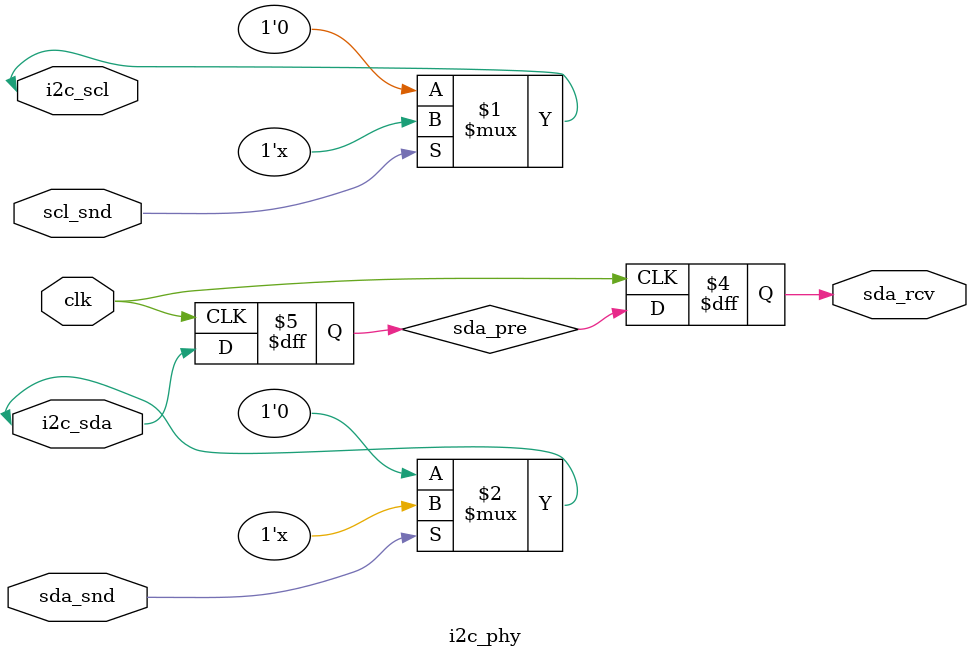
<source format=v>


`timescale 1ns/10ps
`default_nettype none


`define DEVICE_ADDR	8'h34	// device address (including R/W bit)

`define TIMING_CONST	6'd50	// clock_rate / (3 * bit_rate)

`define BYTE_FNC_START	2'b00	// send START symbol
`define BYTE_FNC_STOP	2'b01	// send STOP symbol
`define BYTE_FNC_SEND	2'b10	// send byte

`define BIT_FNC_START	2'b00	// send START symbol
`define BIT_FNC_STOP	2'b01	// send STOP symbol
`define BIT_FNC_SEND_0	2'b10	// send "0" bit
`define BIT_FNC_SEND_1	2'b11	// send "1" bit, receive a bit


//--------------------------------------------------------------

//
// I2C master controller, write-only
//


module i2c_mc(clk, rst,
              data, start,
              done, error,
              i2c_scl, i2c_sda);
    input clk;
    input rst;
    input [15:0] data;
    input start;
    output reg done;
    output reg error;
    inout i2c_scl;
    inout i2c_sda;

  localparam STATE_IDLE = 4'd0;
  localparam STATE_START_1 = 4'd1;
  localparam STATE_START_2 = 4'd2;
  localparam STATE_ADDR_1 = 4'd3;
  localparam STATE_ADDR_2 = 4'd4;
  localparam STATE_HIBYTE_1 = 4'd5;
  localparam STATE_HIBYTE_2 = 4'd6;
  localparam STATE_LOBYTE_1 = 4'd7;
  localparam STATE_LOBYTE_2 = 4'd8;
  localparam STATE_SUCC_1 = 4'd9;
  localparam STATE_SUCC_2 = 4'd10;
  localparam STATE_FAIL_1 = 4'd11;
  localparam STATE_FAIL_2 = 4'd12;

  reg [3:0] state;
  reg [3:0] next_state;

  reg [1:0] byte_fnc;
  reg [7:0] byte_data;
  reg byte_start;
  wire byte_done;
  wire byte_error;

  always @(posedge clk) begin
    if (rst) begin
      state[3:0] <= STATE_IDLE;
    end else begin
      state[3:0] <= next_state[3:0];
    end
  end

  always @(*) begin
    case (state[3:0])
      STATE_IDLE:
        begin
          if (~start) begin
            next_state[3:0] = STATE_IDLE;
          end else begin
            next_state[3:0] = STATE_START_1;
          end
          byte_fnc[1:0] = 2'bxx;
          byte_data[7:0] = 8'hxx;
          byte_start = 1'b0;
          done = 1'b0;
          error = 1'b0;
        end
      STATE_START_1:
        begin
          next_state[3:0] = STATE_START_2;
          byte_fnc[1:0] = `BYTE_FNC_START;
          byte_data[7:0] = 8'hxx;
          byte_start = 1'b1;
          done = 1'b0;
          error = 1'b0;
        end
      STATE_START_2:
        begin
          if (~byte_done) begin
            next_state[3:0] = STATE_START_2;
          end else begin
            // byte error not possible
            next_state[3:0] = STATE_ADDR_1;
          end
          byte_fnc[1:0] = `BYTE_FNC_START;
          byte_data[7:0] = 8'hxx;
          byte_start = 1'b0;
          done = 1'b0;
          error = 1'b0;
        end
      STATE_ADDR_1:
        begin
          next_state[3:0] = STATE_ADDR_2;
          byte_fnc[1:0] = `BYTE_FNC_SEND;
          byte_data[7:0] = `DEVICE_ADDR;
          byte_start = 1'b1;
          done = 1'b0;
          error = 1'b0;
        end
      STATE_ADDR_2:
        begin
          if (~byte_done) begin
            next_state[3:0] = STATE_ADDR_2;
          end else begin
            if (~byte_error) begin
              next_state[3:0] = STATE_HIBYTE_1;
            end else begin
              next_state[3:0] = STATE_FAIL_1;
            end
          end
          byte_fnc[1:0] = `BYTE_FNC_SEND;
          byte_data[7:0] = `DEVICE_ADDR;
          byte_start = 1'b0;
          done = 1'b0;
          error = 1'b0;
        end
      STATE_HIBYTE_1:
        begin
          next_state[3:0] = STATE_HIBYTE_2;
          byte_fnc[1:0] = `BYTE_FNC_SEND;
          byte_data[7:0] = data[15:8];
          byte_start = 1'b1;
          done = 1'b0;
          error = 1'b0;
        end
      STATE_HIBYTE_2:
        begin
          if (~byte_done) begin
            next_state[3:0] = STATE_HIBYTE_2;
          end else begin
            if (~byte_error) begin
              next_state[3:0] = STATE_LOBYTE_1;
            end else begin
              next_state[3:0] = STATE_FAIL_1;
            end
          end
          byte_fnc[1:0] = `BYTE_FNC_SEND;
          byte_data[7:0] = data[15:8];
          byte_start = 1'b0;
          done = 1'b0;
          error = 1'b0;
        end
      STATE_LOBYTE_1:
        begin
          next_state[3:0] = STATE_LOBYTE_2;
          byte_fnc[1:0] = `BYTE_FNC_SEND;
          byte_data[7:0] = data[7:0];
          byte_start = 1'b1;
          done = 1'b0;
          error = 1'b0;
        end
      STATE_LOBYTE_2:
        begin
          if (~byte_done) begin
            next_state[3:0] = STATE_LOBYTE_2;
          end else begin
            if (~byte_error) begin
              next_state[3:0] = STATE_SUCC_1;
            end else begin
              next_state[3:0] = STATE_FAIL_1;
            end
          end
          byte_fnc[1:0] = `BYTE_FNC_SEND;
          byte_data[7:0] = data[7:0];
          byte_start = 1'b0;
          done = 1'b0;
          error = 1'b0;
        end
      STATE_SUCC_1:
        begin
          next_state[3:0] = STATE_SUCC_2;
          byte_fnc[1:0] = `BYTE_FNC_STOP;
          byte_data[7:0] = 8'hxx;
          byte_start = 1'b1;
          done = 1'b0;
          error = 1'b0;
        end
      STATE_SUCC_2:
        begin
          if (~byte_done) begin
            next_state[3:0] = STATE_SUCC_2;
          end else begin
            // byte error not possible
            next_state[3:0] = STATE_IDLE;
          end
          byte_fnc[1:0] = `BYTE_FNC_STOP;
          byte_data[7:0] = 8'hxx;
          byte_start = 1'b0;
          done = byte_done;
          error = 1'b0;
        end
      STATE_FAIL_1:
        begin
          next_state[3:0] = STATE_FAIL_2;
          byte_fnc[1:0] = `BYTE_FNC_STOP;
          byte_data[7:0] = 8'hxx;
          byte_start = 1'b1;
          done = 1'b0;
          error = 1'b0;
        end
      STATE_FAIL_2:
        begin
          if (~byte_done) begin
            next_state[3:0] = STATE_FAIL_2;
          end else begin
            // byte error not possible
            next_state[3:0] = STATE_IDLE;
          end
          byte_fnc[1:0] = `BYTE_FNC_STOP;
          byte_data[7:0] = 8'hxx;
          byte_start = 1'b0;
          done = byte_done;
          error = byte_done;
        end
      default:
        begin
          next_state[3:0] = STATE_IDLE;
          byte_fnc[1:0] = 2'bxx;
          byte_data[7:0] = 8'hxx;
          byte_start = 1'b0;
          done = 1'b0;
          error = 1'b0;
        end
    endcase
  end

  i2c_byte i2c_byte_0(
    .clk(clk),
    .rst(rst),
    .byte_fnc(byte_fnc[1:0]),
    .byte_data(byte_data[7:0]),
    .byte_start(byte_start),
    .byte_done(byte_done),
    .byte_error(byte_error),
    .i2c_scl(i2c_scl),
    .i2c_sda(i2c_sda)
  );

endmodule


//--------------------------------------------------------------

//
// I2C byte engine
//


module i2c_byte(clk, rst,
                byte_fnc, byte_data, byte_start,
                byte_done, byte_error,
                i2c_scl, i2c_sda);
    input clk;
    input rst;
    input [1:0] byte_fnc;
    input [7:0] byte_data;
    input byte_start;
    output reg byte_done;
    output reg byte_error;
    inout i2c_scl;
    inout i2c_sda;

  localparam STATE_IDLE = 3'd0;
  localparam STATE_START = 3'd1;
  localparam STATE_STOP = 3'd2;
  localparam STATE_SEND_1 = 3'd3;
  localparam STATE_SEND_2 = 3'd4;
  localparam STATE_ACK_1 = 3'd5;
  localparam STATE_ACK_2 = 3'd6;

  reg [2:0] bitcnt;
  reg bitcnt_start;
  reg bitcnt_count;
  wire bitcnt_done;

  always @(posedge clk) begin
    if (rst) begin
      bitcnt[2:0] <= 3'd0;
    end else begin
      if (bitcnt_start) begin
        bitcnt[2:0] <= 3'h7;
      end else begin
        if (~bitcnt_done) begin
          if (bitcnt_count) begin
            bitcnt[2:0] <= bitcnt[2:0] - 3'd1;
          end
        end
      end
    end
  end

  assign bitcnt_done = (bitcnt[2:0] == 3'd0);

  reg [2:0] state;
  reg [2:0] next_state;

  reg [1:0] bit_fnc;
  reg bit_start;
  wire bit_done;
  wire bit_rcv;

  always @(posedge clk) begin
    if (rst) begin
      state[2:0] <= STATE_IDLE;
    end else begin
      state[2:0] <= next_state[2:0];
    end
  end

  always @(*) begin
    case (state[2:0])
      STATE_IDLE:
        begin
          if (~byte_start) begin
            next_state[2:0] = STATE_IDLE;
            bitcnt_start = 1'b0;
            bitcnt_count = 1'b0;
            bit_fnc[1:0] = 2'bxx;
            bit_start = 1'b0;
            byte_done = 1'b0;
            byte_error = 1'b0;
          end else begin
            case (byte_fnc[1:0])
              `BYTE_FNC_START:
                begin
                  next_state[2:0] = STATE_START;
                  bitcnt_start = 1'b0;
                  bitcnt_count = 1'b0;
                  bit_fnc[1:0] = `BIT_FNC_START;
                  bit_start = 1'b1;
                  byte_done = 1'b0;
                  byte_error = 1'b0;
                end
              `BYTE_FNC_STOP:
                begin
                  next_state[2:0] = STATE_STOP;
                  bitcnt_start = 1'b0;
                  bitcnt_count = 1'b0;
                  bit_fnc[1:0] = `BIT_FNC_STOP;
                  bit_start = 1'b1;
                  byte_done = 1'b0;
                  byte_error = 1'b0;
                end
              `BYTE_FNC_SEND:
                begin
                  next_state[2:0] = STATE_SEND_1;
                  bitcnt_start = 1'b1;
                  bitcnt_count = 1'b0;
                  bit_fnc[1:0] = { 1'b1, byte_data[7] };
                  bit_start = 1'b0;
                  byte_done = 1'b0;
                  byte_error = 1'b0;
                end
              default:
                begin
                  next_state[2:0] = STATE_IDLE;
                  bitcnt_start = 1'b0;
                  bitcnt_count = 1'b0;
                  bit_fnc[1:0] = 2'bxx;
                  bit_start = 1'b0;
                  byte_done = 1'b0;
                  byte_error = 1'b0;
                end
            endcase
          end
        end
      STATE_START:
        begin
          if (~bit_done) begin
            next_state[2:0] = STATE_START;
            bitcnt_start = 1'b0;
            bitcnt_count = 1'b0;
            bit_fnc[1:0] = `BIT_FNC_START;
            bit_start = 1'b0;
            byte_done = 1'b0;
            byte_error = 1'b0;
          end else begin
            next_state[2:0] = STATE_IDLE;
            bitcnt_start = 1'b0;
            bitcnt_count = 1'b0;
            bit_fnc[1:0] = `BIT_FNC_START;
            bit_start = 1'b0;
            byte_done = 1'b1;
            byte_error = 1'b0;
          end
        end
      STATE_STOP:
        begin
          if (~bit_done) begin
            next_state[2:0] = STATE_STOP;
            bitcnt_start = 1'b0;
            bitcnt_count = 1'b0;
            bit_fnc[1:0] = `BIT_FNC_STOP;
            bit_start = 1'b0;
            byte_done = 1'b0;
            byte_error = 1'b0;
          end else begin
            next_state[2:0] = STATE_IDLE;
            bitcnt_start = 1'b0;
            bitcnt_count = 1'b0;
            bit_fnc[1:0] = `BIT_FNC_STOP;
            bit_start = 1'b0;
            byte_done = 1'b1;
            byte_error = 1'b0;
          end
        end
      STATE_SEND_1:
        begin
          next_state[2:0] = STATE_SEND_2;
          bitcnt_start = 1'b0;
          bitcnt_count = 1'b0;
          bit_fnc[1:0] = { 1'b1, byte_data[bitcnt] };
          bit_start = 1'b1;
          byte_done = 1'b0;
          byte_error = 1'b0;
        end
      STATE_SEND_2:
        begin
          if (~bit_done) begin
            next_state[2:0] = STATE_SEND_2;
            bitcnt_start = 1'b0;
            bitcnt_count = 1'b0;
            bit_fnc[1:0] = { 1'b1, byte_data[bitcnt] };
            bit_start = 1'b0;
            byte_done = 1'b0;
            byte_error = 1'b0;
          end else begin
            if (~bitcnt_done) begin
              next_state[2:0] = STATE_SEND_1;
            end else begin
              next_state[2:0] = STATE_ACK_1;
            end
            bitcnt_start = 1'b0;
            bitcnt_count = 1'b1;
            bit_fnc[1:0] = { 1'b1, byte_data[bitcnt] };
            bit_start = 1'b0;
            byte_done = 1'b0;
            byte_error = 1'b0;
          end
        end
      STATE_ACK_1:
        begin
          next_state[2:0] = STATE_ACK_2;
          bitcnt_start = 1'b0;
          bitcnt_count = 1'b0;
          bit_fnc[1:0] = { 1'b1, 1'b1 };
          bit_start = 1'b1;
          byte_done = 1'b0;
          byte_error = 1'b0;
        end
      STATE_ACK_2:
        begin
          if (~bit_done) begin
            next_state[2:0] = STATE_ACK_2;
            bitcnt_start = 1'b0;
            bitcnt_count = 1'b0;
            bit_fnc[1:0] = { 1'b1, 1'b1 };
            bit_start = 1'b0;
            byte_done = 1'b0;
            byte_error = 1'b0;
          end else begin
            next_state[2:0] = STATE_IDLE;
            bitcnt_start = 1'b0;
            bitcnt_count = 1'b0;
            bit_fnc[1:0] = { 1'b1, 1'b1 };
            bit_start = 1'b0;
            byte_done = 1'b1;
            byte_error = bit_rcv;
          end
        end
      default:
        begin
          next_state[2:0] = STATE_IDLE;
          bit_fnc[1:0] = 2'bxx;
          bit_start = 1'b0;
          byte_done = 1'b0;
          byte_error = 1'b0;
        end
    endcase
  end

  i2c_bit i2c_bit_0(
    .clk(clk),
    .rst(rst),
    .bit_fnc(bit_fnc[1:0]),
    .bit_start(bit_start),
    .bit_done(bit_done),
    .bit_rcv(bit_rcv),
    .i2c_scl(i2c_scl),
    .i2c_sda(i2c_sda)
  );

endmodule


//--------------------------------------------------------------

//
// I2C bit engine
//


module i2c_bit(clk, rst,
               bit_fnc, bit_start,
               bit_done, bit_rcv,
               i2c_scl, i2c_sda);
    input clk;
    input rst;
    input [1:0] bit_fnc;
    input bit_start;
    output reg bit_done;
    output reg bit_rcv;
    inout i2c_scl;
    inout i2c_sda;

  localparam STATE_IDLE = 4'd0;
  localparam STATE_START_A = 4'd1;
  localparam STATE_START_B = 4'd2;
  localparam STATE_START_C = 4'd3;
  localparam STATE_STOP_A = 4'd4;
  localparam STATE_STOP_B = 4'd5;
  localparam STATE_STOP_C = 4'd6;
  localparam STATE_SEND_A = 4'd7;
  localparam STATE_SEND_B = 4'd8;
  localparam STATE_SEND_C = 4'd9;

  reg [5:0] clkcnt;
  reg clkcnt_start;
  wire clkcnt_done;
  wire clkcnt_center;

  always @(posedge clk) begin
    if (rst) begin
      clkcnt[5:0] <= 6'd0;
    end else begin
      if (clkcnt_start) begin
        clkcnt[5:0] <= `TIMING_CONST;
      end else begin
        if (~clkcnt_done) begin
          clkcnt[5:0] <= clkcnt[5:0] - 6'd1;
        end
      end
    end
  end

  assign clkcnt_done = (clkcnt[5:0] == 6'd0);
  assign clkcnt_center = (clkcnt[5:0] == `TIMING_CONST / 2 - 2);

  reg [3:0] state;
  reg [3:0] next_state;

  always @(posedge clk) begin
    if (rst) begin
      state[3:0] <= STATE_IDLE;
    end else begin
      state[3:0] <= next_state[3:0];
    end
  end

  always @(*) begin
    case (state[3:0])
      STATE_IDLE:
        begin
          if (~bit_start) begin
            next_state[3:0] = STATE_IDLE;
            clkcnt_start = 1'b0;
            bit_done = 1'b0;
          end else begin
            case (bit_fnc[1:0])
              `BIT_FNC_START:
                // SCL = 110
                // SDA = 100
                begin
                  next_state[3:0] = STATE_START_A;
                  clkcnt_start = 1'b1;
                  bit_done = 1'b0;
                end
              `BIT_FNC_STOP:
                // SCL = 011
                // SDA = 001
                begin
                  next_state[3:0] = STATE_STOP_A;
                  clkcnt_start = 1'b1;
                  bit_done = 1'b0;
                end
              `BIT_FNC_SEND_0,
              `BIT_FNC_SEND_1:
                // SCL = 010
                // SDA = bbb
                begin
                  next_state[3:0] = STATE_SEND_A;
                  clkcnt_start = 1'b1;
                  bit_done = 1'b0;
                end
              default:
                begin
                  next_state[3:0] = STATE_IDLE;
                  clkcnt_start = 1'b0;
                  bit_done = 1'b0;
                end
            endcase
          end
        end
      STATE_START_A:
        begin
          if (~clkcnt_done) begin
            next_state[3:0] = STATE_START_A;
            clkcnt_start = 1'b0;
            bit_done = 1'b0;
          end else begin
            next_state[3:0] = STATE_START_B;
            clkcnt_start = 1'b1;
            bit_done = 1'b0;
          end
        end
      STATE_START_B:
        begin
          if (~clkcnt_done) begin
            next_state[3:0] = STATE_START_B;
            clkcnt_start = 1'b0;
            bit_done = 1'b0;
          end else begin
            next_state[3:0] = STATE_START_C;
            clkcnt_start = 1'b1;
            bit_done = 1'b0;
          end
        end
      STATE_START_C:
        begin
          if (~clkcnt_done) begin
            next_state[3:0] = STATE_START_C;
            clkcnt_start = 1'b0;
            bit_done = 1'b0;
          end else begin
            next_state[3:0] = STATE_IDLE;
            clkcnt_start = 1'b0;
            bit_done = 1'b1;
          end
        end
      STATE_STOP_A:
        begin
          if (~clkcnt_done) begin
            next_state[3:0] = STATE_STOP_A;
            clkcnt_start = 1'b0;
            bit_done = 1'b0;
          end else begin
            next_state[3:0] = STATE_STOP_B;
            clkcnt_start = 1'b1;
            bit_done = 1'b0;
          end
        end
      STATE_STOP_B:
        begin
          if (~clkcnt_done) begin
            next_state[3:0] = STATE_STOP_B;
            clkcnt_start = 1'b0;
            bit_done = 1'b0;
          end else begin
            next_state[3:0] = STATE_STOP_C;
            clkcnt_start = 1'b1;
            bit_done = 1'b0;
          end
        end
      STATE_STOP_C:
        begin
          if (~clkcnt_done) begin
            next_state[3:0] = STATE_STOP_C;
            clkcnt_start = 1'b0;
            bit_done = 1'b0;
          end else begin
            next_state[3:0] = STATE_IDLE;
            clkcnt_start = 1'b0;
            bit_done = 1'b1;
          end
        end
      STATE_SEND_A:
        begin
          if (~clkcnt_done) begin
            next_state[3:0] = STATE_SEND_A;
            clkcnt_start = 1'b0;
            bit_done = 1'b0;
          end else begin
            next_state[3:0] = STATE_SEND_B;
            clkcnt_start = 1'b1;
            bit_done = 1'b0;
          end
        end
      STATE_SEND_B:
        begin
          if (~clkcnt_done) begin
            next_state[3:0] = STATE_SEND_B;
            clkcnt_start = 1'b0;
            bit_done = 1'b0;
          end else begin
            next_state[3:0] = STATE_SEND_C;
            clkcnt_start = 1'b1;
            bit_done = 1'b0;
          end
        end
      STATE_SEND_C:
        begin
          if (~clkcnt_done) begin
            next_state[3:0] = STATE_SEND_C;
            clkcnt_start = 1'b0;
            bit_done = 1'b0;
          end else begin
            next_state[3:0] = STATE_IDLE;
            clkcnt_start = 1'b0;
            bit_done = 1'b1;
          end
        end
      default:
        begin
          next_state[3:0] = STATE_IDLE;
          clkcnt_start = 1'b0;
          bit_done = 1'b0;
        end
    endcase
  end

  reg scl_snd;
  reg sda_snd;

  always @(posedge clk) begin
    if (rst) begin
      scl_snd <= 1'b1;
      sda_snd <= 1'b1;
    end else begin
      if (state[3:0] == STATE_START_A) begin
        scl_snd <= 1'b1;
        sda_snd <= 1'b1;
      end
      if (state[3:0] == STATE_START_B) begin
        scl_snd <= 1'b1;
        sda_snd <= 1'b0;
      end
      if (state[3:0] == STATE_START_C) begin
        scl_snd <= 1'b0;
        sda_snd <= 1'b0;
      end
      if (state[3:0] == STATE_STOP_A) begin
        scl_snd <= 1'b0;
        sda_snd <= 1'b0;
      end
      if (state[3:0] == STATE_STOP_B) begin
        scl_snd <= 1'b1;
        sda_snd <= 1'b0;
      end
      if (state[3:0] == STATE_STOP_C) begin
        scl_snd <= 1'b1;
        sda_snd <= 1'b1;
      end
      if (state[3:0] == STATE_SEND_A) begin
        scl_snd <= 1'b0;
        sda_snd <= bit_fnc[0];
      end
      if (state[3:0] == STATE_SEND_B) begin
        scl_snd <= 1'b1;
        sda_snd <= bit_fnc[0];
      end
      if (state[3:0] == STATE_SEND_C) begin
        scl_snd <= 1'b0;
        sda_snd <= bit_fnc[0];
      end
    end
  end

  wire sda_rcv;

  always @(posedge clk) begin
    if (rst) begin
      bit_rcv <= 1'b0;
    end else begin
      if ((state == STATE_SEND_B) & clkcnt_center) begin
        bit_rcv <= sda_rcv;
      end
    end
  end

  i2c_phy i2c_phy_0(
    .clk(clk),
    .scl_snd(scl_snd),
    .sda_snd(sda_snd),
    .sda_rcv(sda_rcv),
    .i2c_scl(i2c_scl),
    .i2c_sda(i2c_sda)
  );

endmodule


//--------------------------------------------------------------

//
// I2C physical layer
//


module i2c_phy(clk,
               scl_snd, sda_snd,
               sda_rcv,
               i2c_scl, i2c_sda);
    input clk;
    input scl_snd;
    input sda_snd;
    output reg sda_rcv;
    inout i2c_scl;
    inout i2c_sda;

  reg sda_pre;

  assign i2c_scl = scl_snd ? 1'bz : 1'b0;
  assign i2c_sda = sda_snd ? 1'bz : 1'b0;

  always @(posedge clk) begin
    sda_pre <= i2c_sda;
    sda_rcv <= sda_pre;
  end

endmodule

</source>
